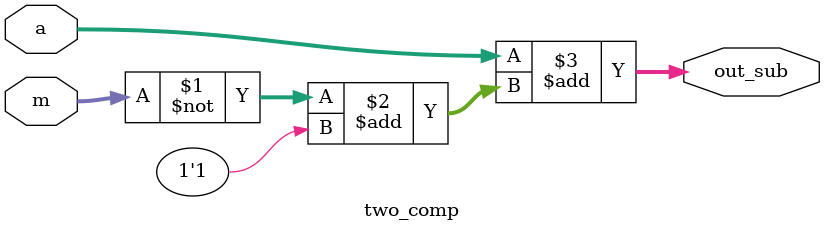
<source format=v>
`timescale 1ns / 1ps


module two_comp(input [7:0] a, input [7:0] m, output [7:0] out_sub );
    assign out_sub = a + (~m + 1'b1);
endmodule

</source>
